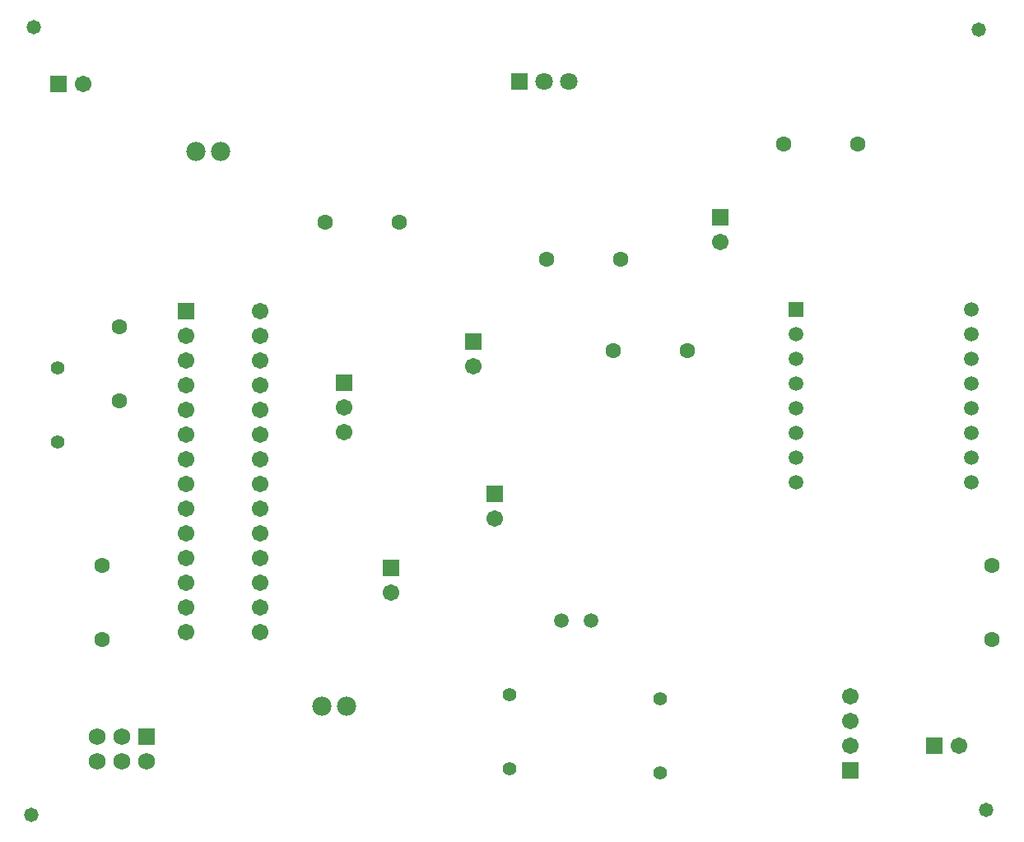
<source format=gbs>
G04*
G04 #@! TF.GenerationSoftware,Altium Limited,Altium Designer,22.3.1 (43)*
G04*
G04 Layer_Color=16711935*
%FSLAX43Y43*%
%MOMM*%
G71*
G04*
G04 #@! TF.SameCoordinates,807CCD13-CB5B-4CC3-81D7-37C4D7C0FF8C*
G04*
G04*
G04 #@! TF.FilePolarity,Negative*
G04*
G01*
G75*
%ADD15C,1.473*%
%ADD16R,1.703X1.703*%
%ADD17C,1.703*%
%ADD18R,1.703X1.703*%
%ADD19C,1.803*%
%ADD20R,1.803X1.803*%
%ADD21C,1.603*%
%ADD22C,1.511*%
%ADD23R,1.511X1.511*%
%ADD24C,1.981*%
%ADD25C,1.403*%
%ADD26C,1.503*%
%ADD27R,1.753X1.753*%
%ADD28C,1.753*%
D15*
X3048Y2540D02*
D03*
X101219Y3048D02*
D03*
X100457Y83312D02*
D03*
X3302Y83566D02*
D03*
D16*
X40005Y27940D02*
D03*
X35179Y46990D02*
D03*
X50673Y35560D02*
D03*
X73914Y64008D02*
D03*
X48514Y51181D02*
D03*
X87249Y7112D02*
D03*
D17*
X40005Y25400D02*
D03*
X35179Y44450D02*
D03*
Y41910D02*
D03*
X8382Y77724D02*
D03*
X50673Y33020D02*
D03*
X26543Y21336D02*
D03*
Y23876D02*
D03*
Y26416D02*
D03*
Y28956D02*
D03*
Y31496D02*
D03*
Y34036D02*
D03*
Y36576D02*
D03*
Y39116D02*
D03*
Y41656D02*
D03*
Y44196D02*
D03*
Y46736D02*
D03*
Y49276D02*
D03*
Y51816D02*
D03*
Y54356D02*
D03*
X18923Y21336D02*
D03*
Y23876D02*
D03*
Y26416D02*
D03*
Y28956D02*
D03*
Y31496D02*
D03*
Y34036D02*
D03*
Y36576D02*
D03*
Y39116D02*
D03*
Y41656D02*
D03*
Y44196D02*
D03*
Y46736D02*
D03*
Y49276D02*
D03*
Y51816D02*
D03*
X73914Y61468D02*
D03*
X48514Y48641D02*
D03*
X98425Y9652D02*
D03*
X87249Y14732D02*
D03*
Y12192D02*
D03*
Y9652D02*
D03*
D18*
X5842Y77724D02*
D03*
X18923Y54356D02*
D03*
X95885Y9652D02*
D03*
D19*
X58293Y77978D02*
D03*
X55753D02*
D03*
D20*
X53213D02*
D03*
D21*
X88011Y71501D02*
D03*
X80391D02*
D03*
X12065Y52705D02*
D03*
Y45085D02*
D03*
X40894Y63500D02*
D03*
X33274D02*
D03*
X101854Y20574D02*
D03*
Y28194D02*
D03*
X62865Y50292D02*
D03*
X70485D02*
D03*
X56007Y59690D02*
D03*
X63627D02*
D03*
X10287Y20574D02*
D03*
Y28194D02*
D03*
D22*
X99695Y36703D02*
D03*
X81661D02*
D03*
X99695Y54483D02*
D03*
Y39243D02*
D03*
X81661D02*
D03*
X99695Y51943D02*
D03*
X81661D02*
D03*
X99695Y41783D02*
D03*
Y49403D02*
D03*
X81661D02*
D03*
Y41783D02*
D03*
X99695Y44323D02*
D03*
Y46863D02*
D03*
X81661Y44323D02*
D03*
Y46863D02*
D03*
D23*
Y54483D02*
D03*
D24*
X22479Y70739D02*
D03*
X19939D02*
D03*
X35433Y13716D02*
D03*
X32893D02*
D03*
D25*
X5715Y40894D02*
D03*
Y48514D02*
D03*
X67691Y14478D02*
D03*
Y6858D02*
D03*
X52197Y14859D02*
D03*
Y7239D02*
D03*
D26*
X57505Y22479D02*
D03*
X60605D02*
D03*
D27*
X14859Y10541D02*
D03*
D28*
Y8001D02*
D03*
X12319Y10541D02*
D03*
X9779D02*
D03*
X12319Y8001D02*
D03*
X9779D02*
D03*
M02*

</source>
